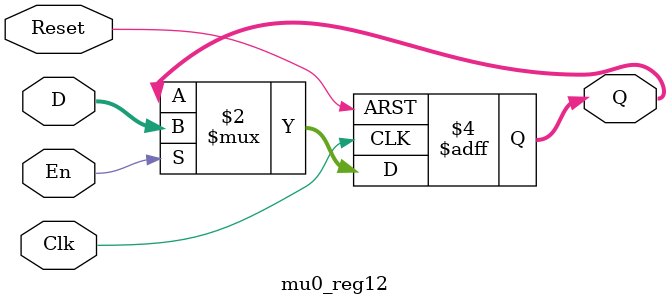
<source format=v>

`timescale 1ns/100ps

// for simulation purposes, do not delete
`default_nettype none

// module header

module mu0_reg12(input  wire        Clk, 
	             input  wire        Reset,     
			     input  wire        En, 
			     input  wire [11:0] D, 
			     output reg  [11:0] Q);

// behavioural code - clock driven
always @(posedge Clk, posedge Reset)
    if (Reset)
        Q <= 0;
    else if (En)
        Q <= D;

endmodule 

// for simulation purposes, do not delete
`default_nettype wire

</source>
